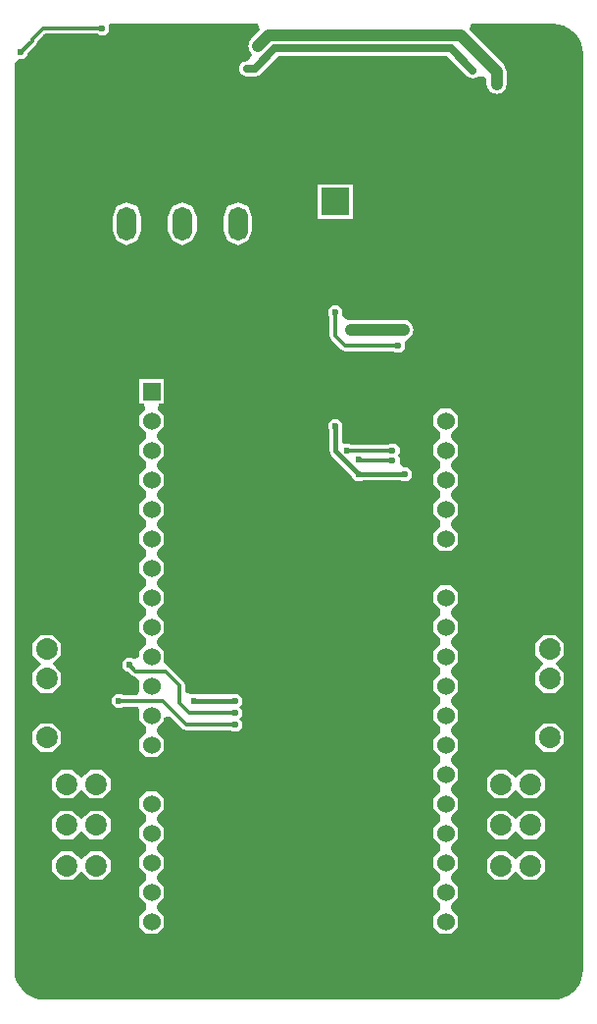
<source format=gbl>
G04*
G04 #@! TF.GenerationSoftware,Altium Limited,Altium Designer,24.9.1 (31)*
G04*
G04 Layer_Physical_Order=2*
G04 Layer_Color=16711680*
%FSLAX44Y44*%
%MOMM*%
G71*
G04*
G04 #@! TF.SameCoordinates,04FD8115-AAF2-45E8-BBFE-61AFBE82ED08*
G04*
G04*
G04 #@! TF.FilePolarity,Positive*
G04*
G01*
G75*
%ADD11C,0.4000*%
%ADD83C,1.0000*%
%ADD84C,0.3000*%
%ADD85C,0.6500*%
%ADD88R,1.5300X1.5300*%
%ADD89C,1.5300*%
%ADD90O,1.7000X2.9000*%
%ADD91R,2.4000X2.4000*%
%ADD92C,2.4000*%
%ADD93C,1.8600*%
%ADD94C,1.0000*%
%ADD95C,0.6000*%
G36*
X474455Y845267D02*
X478774Y844110D01*
X482827Y842220D01*
X486490Y839655D01*
X489652Y836493D01*
X492217Y832830D01*
X494107Y828777D01*
X495264Y824457D01*
X495671Y819814D01*
X495671Y30192D01*
X495264Y25548D01*
X494107Y21229D01*
X492217Y17176D01*
X489652Y13513D01*
X486490Y10351D01*
X482827Y7786D01*
X478774Y5896D01*
X474455Y4739D01*
X469811Y4332D01*
X30189Y4332D01*
X25545Y4739D01*
X21226Y5896D01*
X17173Y7786D01*
X13510Y10351D01*
X10348Y13513D01*
X7783Y17176D01*
X5893Y21229D01*
X4736Y25548D01*
X4330Y30192D01*
X4330Y812076D01*
X9330Y815690D01*
X12645D01*
X16160Y819205D01*
Y820802D01*
X23139Y827780D01*
X24281Y830538D01*
X31012Y837269D01*
X76526D01*
X77655Y836140D01*
X82625D01*
X86140Y839655D01*
Y844625D01*
X86574Y845673D01*
X214869D01*
X216711Y840673D01*
X208877Y832839D01*
X208218Y831248D01*
X207000Y830030D01*
Y828307D01*
X206341Y826716D01*
X207000Y825125D01*
Y823402D01*
X208218Y822184D01*
X208877Y820593D01*
X209450Y818873D01*
X206557Y813948D01*
X205000D01*
X203153Y813183D01*
X202515D01*
X202063Y812732D01*
X200216Y811967D01*
X199452Y810120D01*
X199000Y809668D01*
Y809030D01*
X198235Y807183D01*
X199000Y805336D01*
Y804698D01*
X199452Y804246D01*
X200216Y802400D01*
X202063Y801635D01*
X202515Y801183D01*
X203153D01*
X205000Y800418D01*
X212071D01*
X216854Y802400D01*
X232292Y817838D01*
X378345D01*
X395717Y800466D01*
X397563Y799702D01*
X398015Y799250D01*
X398653D01*
X400500Y798485D01*
X402347Y799250D01*
X402985D01*
X403437Y799702D01*
X405284Y800466D01*
X410103Y800255D01*
X412341Y798974D01*
Y793699D01*
X413000Y792107D01*
Y790385D01*
X414218Y789167D01*
X414877Y787576D01*
X416468Y786917D01*
X417686Y785699D01*
X419409D01*
X421000Y785040D01*
X422591Y785699D01*
X424314D01*
X425532Y786917D01*
X427123Y787576D01*
X427782Y789167D01*
X429000Y790385D01*
Y792107D01*
X429659Y793699D01*
Y804750D01*
X427123Y810873D01*
X397323Y840673D01*
X399165Y845673D01*
X469811D01*
X474455Y845267D01*
D02*
G37*
%LPC*%
G36*
X296560Y707523D02*
X266560D01*
Y677523D01*
X296560D01*
Y707523D01*
D02*
G37*
G36*
X197480Y691920D02*
X188678Y688275D01*
X185032Y679473D01*
Y667473D01*
X188678Y658671D01*
X197480Y655025D01*
X206282Y658671D01*
X209927Y667473D01*
Y679473D01*
X206282Y688275D01*
X197480Y691920D01*
D02*
G37*
G36*
X149480D02*
X140679Y688275D01*
X137033Y679473D01*
Y667473D01*
X140679Y658671D01*
X149480Y655025D01*
X158282Y658671D01*
X161928Y667473D01*
Y679473D01*
X158282Y688275D01*
X149480Y691920D01*
D02*
G37*
G36*
X101481D02*
X92679Y688275D01*
X89033Y679473D01*
Y667473D01*
X92679Y658671D01*
X101481Y655025D01*
X110282Y658671D01*
X113928Y667473D01*
Y679473D01*
X110282Y688275D01*
X101481Y691920D01*
D02*
G37*
G36*
X284046Y603273D02*
X279075D01*
X275560Y599758D01*
Y594788D01*
X276689Y593658D01*
Y576953D01*
X278116Y573509D01*
X286623Y565002D01*
X290067Y563576D01*
X331884D01*
X333013Y562446D01*
X337984D01*
X341498Y565961D01*
Y570932D01*
X343952Y573929D01*
X345170Y575146D01*
X346761Y575806D01*
X347420Y577397D01*
X348638Y578615D01*
Y580337D01*
X349297Y581929D01*
X348638Y583520D01*
Y585242D01*
X347420Y586460D01*
X346761Y588051D01*
X345170Y588711D01*
X343952Y589929D01*
X342229D01*
X340638Y590588D01*
X295782D01*
X295530Y590692D01*
X293976Y590048D01*
X293367Y590033D01*
X292217D01*
X288183Y593070D01*
X287560Y594788D01*
Y599758D01*
X284046Y603273D01*
D02*
G37*
G36*
X284425Y505110D02*
X279455D01*
X275940Y501595D01*
Y496625D01*
X276528Y496037D01*
Y477513D01*
X276528Y477513D01*
X278113Y473686D01*
X295880Y455919D01*
Y455088D01*
X299395Y451573D01*
X304366D01*
X304909Y452116D01*
X338232D01*
X338865Y451483D01*
X343836D01*
X347350Y454998D01*
Y459968D01*
X343836Y463483D01*
X340788D01*
X337812Y466014D01*
X337090Y467748D01*
Y471598D01*
X335186Y473503D01*
X337090Y475408D01*
Y480378D01*
X333576Y483893D01*
X328605D01*
X327476Y482764D01*
X295335D01*
X294206Y483893D01*
X289235D01*
X287352Y484673D01*
Y496037D01*
X287940Y496625D01*
Y501595D01*
X284425Y505110D01*
D02*
G37*
G36*
X381411Y514123D02*
X372589D01*
X366350Y507884D01*
Y499062D01*
X371952Y493459D01*
X372313Y490773D01*
X371952Y488087D01*
X366350Y482484D01*
Y473661D01*
X371952Y468059D01*
X372313Y465373D01*
X371952Y462687D01*
X366350Y457084D01*
Y448261D01*
X371952Y442659D01*
X372313Y439973D01*
X371952Y437286D01*
X366350Y431684D01*
Y422862D01*
X371952Y417259D01*
X372313Y414573D01*
X371952Y411886D01*
X366350Y406284D01*
Y397462D01*
X372589Y391223D01*
X381411D01*
X387650Y397462D01*
Y406284D01*
X382048Y411886D01*
X381687Y414573D01*
X382048Y417259D01*
X387650Y422862D01*
Y431684D01*
X382048Y437286D01*
X381687Y439973D01*
X382048Y442659D01*
X387650Y448261D01*
Y457084D01*
X382048Y462687D01*
X381687Y465373D01*
X382048Y468059D01*
X387650Y473661D01*
Y482484D01*
X382048Y488087D01*
X381687Y490773D01*
X382048Y493459D01*
X387650Y499062D01*
Y507884D01*
X381411Y514123D01*
D02*
G37*
G36*
X133650Y539523D02*
X112350D01*
Y518223D01*
X116416D01*
X117689Y513223D01*
X112350Y507884D01*
Y499062D01*
X117952Y493459D01*
X118313Y490773D01*
X117952Y488087D01*
X112350Y482484D01*
Y473661D01*
X117952Y468059D01*
X118313Y465373D01*
X117952Y462687D01*
X112350Y457084D01*
Y448261D01*
X117952Y442659D01*
X118313Y439973D01*
X117952Y437286D01*
X112350Y431684D01*
Y422862D01*
X117952Y417259D01*
X118313Y414573D01*
X117952Y411886D01*
X112350Y406284D01*
Y397462D01*
X117952Y391859D01*
X118313Y389173D01*
X117952Y386487D01*
X112350Y380884D01*
Y372062D01*
X117952Y366459D01*
X118313Y363773D01*
X117952Y361087D01*
X112350Y355484D01*
Y346661D01*
X117952Y341059D01*
X118313Y338373D01*
X117952Y335686D01*
X112350Y330084D01*
Y321261D01*
X117952Y315659D01*
X118313Y312973D01*
X117952Y310287D01*
X112350Y304684D01*
Y299732D01*
X107350Y297660D01*
X106098Y298912D01*
X106078Y298933D01*
X101107D01*
X97592Y295418D01*
X97592Y295389D01*
Y290448D01*
X101107Y286933D01*
X102704D01*
X105688Y283949D01*
X108756Y282678D01*
X112350Y279284D01*
Y270462D01*
X110860Y266864D01*
X98485D01*
X97356Y267993D01*
X92385D01*
X88870Y264478D01*
Y259508D01*
X92385Y255993D01*
X97356D01*
X98485Y257122D01*
X111009D01*
X112350Y253884D01*
Y245061D01*
X117952Y239459D01*
X118313Y236773D01*
X117952Y234086D01*
X112350Y228484D01*
Y219662D01*
X118589Y213423D01*
X127411D01*
X133650Y219662D01*
Y228484D01*
X128048Y234086D01*
X127687Y236773D01*
X128048Y239459D01*
X133650Y245061D01*
Y247130D01*
X138269Y249044D01*
X149084Y238229D01*
X152528Y236802D01*
X191586D01*
X192715Y235673D01*
X197686D01*
X201200Y239188D01*
Y244158D01*
X198605Y246753D01*
X201200Y249348D01*
Y254318D01*
X198605Y256913D01*
X201200Y259508D01*
Y264478D01*
X197686Y267993D01*
X192715D01*
X192127Y267405D01*
X162714D01*
X162126Y267993D01*
X157155D01*
X156811Y267649D01*
X151811Y269720D01*
Y275709D01*
X150384Y279153D01*
X138700Y290837D01*
X136576Y291717D01*
X133650Y295861D01*
Y304684D01*
X128048Y310287D01*
X127687Y312973D01*
X128048Y315659D01*
X133650Y321261D01*
Y330084D01*
X128048Y335686D01*
X127687Y338373D01*
X128048Y341059D01*
X133650Y346661D01*
Y355484D01*
X128048Y361087D01*
X127687Y363773D01*
X128048Y366459D01*
X133650Y372062D01*
Y380884D01*
X128048Y386487D01*
X127687Y389173D01*
X128048Y391859D01*
X133650Y397462D01*
Y406284D01*
X128048Y411886D01*
X127687Y414573D01*
X128048Y417259D01*
X133650Y422862D01*
Y431684D01*
X128048Y437286D01*
X127687Y439973D01*
X128048Y442659D01*
X133650Y448261D01*
Y457084D01*
X128048Y462687D01*
X127687Y465373D01*
X128048Y468059D01*
X133650Y473661D01*
Y482484D01*
X128048Y488087D01*
X127687Y490773D01*
X128048Y493459D01*
X133650Y499062D01*
Y507884D01*
X128311Y513223D01*
X129584Y518223D01*
X133650D01*
Y539523D01*
D02*
G37*
G36*
X471715Y318873D02*
X461525D01*
X454320Y311668D01*
Y301478D01*
X458556Y297243D01*
X461210Y293873D01*
X458556Y290503D01*
X454320Y286268D01*
Y276078D01*
X461525Y268873D01*
X471715D01*
X478920Y276078D01*
Y286268D01*
X474685Y290503D01*
X472030Y293873D01*
X474685Y297243D01*
X478920Y301478D01*
Y311668D01*
X471715Y318873D01*
D02*
G37*
G36*
X37715D02*
X27525D01*
X20320Y311668D01*
Y301478D01*
X24556Y297243D01*
X27210Y293873D01*
X24556Y290503D01*
X20320Y286268D01*
Y276078D01*
X27525Y268873D01*
X37715D01*
X44920Y276078D01*
Y286268D01*
X40685Y290503D01*
X38030Y293873D01*
X40685Y297243D01*
X44920Y301478D01*
Y311668D01*
X37715Y318873D01*
D02*
G37*
G36*
X471715Y242673D02*
X461525D01*
X454320Y235468D01*
Y225278D01*
X461525Y218073D01*
X471715D01*
X478920Y225278D01*
Y235468D01*
X471715Y242673D01*
D02*
G37*
G36*
X37715D02*
X27525D01*
X20320Y235468D01*
Y225278D01*
X27525Y218073D01*
X37715D01*
X44920Y225278D01*
Y235468D01*
X37715Y242673D01*
D02*
G37*
G36*
X455495Y202300D02*
X445305D01*
X441070Y198065D01*
X437700Y195410D01*
X434330Y198065D01*
X430095Y202300D01*
X419905D01*
X412700Y195095D01*
Y184905D01*
X419905Y177700D01*
X430095D01*
X434330Y181935D01*
X437700Y184590D01*
X441070Y181935D01*
X445305Y177700D01*
X455495D01*
X462700Y184905D01*
Y195095D01*
X455495Y202300D01*
D02*
G37*
G36*
X80095D02*
X69905D01*
X65670Y198065D01*
X62300Y195410D01*
X58930Y198065D01*
X54695Y202300D01*
X44505D01*
X37300Y195095D01*
Y184905D01*
X44505Y177700D01*
X54695D01*
X58930Y181935D01*
X62300Y184590D01*
X65670Y181935D01*
X69905Y177700D01*
X80095D01*
X87300Y184905D01*
Y195095D01*
X80095Y202300D01*
D02*
G37*
G36*
X455495Y167300D02*
X445305D01*
X441070Y163065D01*
X437700Y160410D01*
X434330Y163065D01*
X430095Y167300D01*
X419905D01*
X412700Y160095D01*
Y149905D01*
X419905Y142700D01*
X430095D01*
X434330Y146935D01*
X437700Y149590D01*
X441070Y146935D01*
X445305Y142700D01*
X455495D01*
X462700Y149905D01*
Y160095D01*
X455495Y167300D01*
D02*
G37*
G36*
X80095D02*
X69905D01*
X65670Y163065D01*
X62300Y160410D01*
X58930Y163065D01*
X54695Y167300D01*
X44505D01*
X37300Y160095D01*
Y149905D01*
X44505Y142700D01*
X54695D01*
X58930Y146935D01*
X62300Y149590D01*
X65670Y146935D01*
X69905Y142700D01*
X80095D01*
X87300Y149905D01*
Y160095D01*
X80095Y167300D01*
D02*
G37*
G36*
X455495Y132300D02*
X445305D01*
X441070Y128065D01*
X437700Y125410D01*
X434330Y128065D01*
X430095Y132300D01*
X419905D01*
X412700Y125095D01*
Y114905D01*
X419905Y107700D01*
X430095D01*
X434330Y111935D01*
X437700Y114590D01*
X441070Y111935D01*
X445305Y107700D01*
X455495D01*
X462700Y114905D01*
Y125095D01*
X455495Y132300D01*
D02*
G37*
G36*
X80095D02*
X69905D01*
X65670Y128065D01*
X62300Y125410D01*
X58930Y128065D01*
X54695Y132300D01*
X44505D01*
X37300Y125095D01*
Y114905D01*
X44505Y107700D01*
X54695D01*
X58930Y111935D01*
X62300Y114590D01*
X65670Y111935D01*
X69905Y107700D01*
X80095D01*
X87300Y114905D01*
Y125095D01*
X80095Y132300D01*
D02*
G37*
G36*
X381411Y361723D02*
X372589D01*
X366350Y355484D01*
Y346661D01*
X371952Y341059D01*
X372313Y338373D01*
X371952Y335686D01*
X366350Y330084D01*
Y321261D01*
X371952Y315659D01*
X372313Y312973D01*
X371952Y310287D01*
X366350Y304684D01*
Y295861D01*
X371952Y290259D01*
X372313Y287573D01*
X371952Y284886D01*
X366350Y279284D01*
Y270462D01*
X371952Y264859D01*
X372313Y262173D01*
X371952Y259487D01*
X366350Y253884D01*
Y245061D01*
X371952Y239459D01*
X372313Y236773D01*
X371952Y234086D01*
X366350Y228484D01*
Y219662D01*
X371952Y214059D01*
X372313Y211373D01*
X371952Y208687D01*
X366350Y203084D01*
Y194261D01*
X371952Y188659D01*
X372313Y185973D01*
X371952Y183286D01*
X366350Y177684D01*
Y168862D01*
X371952Y163259D01*
X372313Y160573D01*
X371952Y157886D01*
X366350Y152284D01*
Y143462D01*
X371952Y137859D01*
X372313Y135173D01*
X371952Y132486D01*
X366350Y126884D01*
Y118062D01*
X371952Y112459D01*
X372313Y109773D01*
X371952Y107086D01*
X366350Y101484D01*
Y92662D01*
X371952Y87059D01*
X372313Y84373D01*
X371952Y81686D01*
X366350Y76084D01*
Y67262D01*
X372589Y61023D01*
X381411D01*
X387650Y67262D01*
Y76084D01*
X382048Y81686D01*
X381687Y84373D01*
X382048Y87059D01*
X387650Y92662D01*
Y101484D01*
X382048Y107086D01*
X381687Y109773D01*
X382048Y112459D01*
X387650Y118062D01*
Y126884D01*
X382048Y132486D01*
X381687Y135173D01*
X382048Y137859D01*
X387650Y143462D01*
Y152284D01*
X382048Y157886D01*
X381687Y160573D01*
X382048Y163259D01*
X387650Y168862D01*
Y177684D01*
X382048Y183286D01*
X381687Y185973D01*
X382048Y188659D01*
X387650Y194261D01*
Y203084D01*
X382048Y208687D01*
X381687Y211373D01*
X382048Y214059D01*
X387650Y219662D01*
Y228484D01*
X382048Y234086D01*
X381687Y236773D01*
X382048Y239459D01*
X387650Y245061D01*
Y253884D01*
X382048Y259487D01*
X381687Y262173D01*
X382048Y264859D01*
X387650Y270462D01*
Y279284D01*
X382048Y284886D01*
X381687Y287573D01*
X382048Y290259D01*
X387650Y295861D01*
Y304684D01*
X382048Y310287D01*
X381687Y312973D01*
X382048Y315659D01*
X387650Y321261D01*
Y330084D01*
X382048Y335686D01*
X381687Y338373D01*
X382048Y341059D01*
X387650Y346661D01*
Y355484D01*
X381411Y361723D01*
D02*
G37*
G36*
X127411Y183923D02*
X118589D01*
X112350Y177684D01*
Y168862D01*
X117952Y163259D01*
X118313Y160573D01*
X117952Y157886D01*
X112350Y152284D01*
Y143462D01*
X117952Y137859D01*
X118313Y135173D01*
X117952Y132486D01*
X112350Y126884D01*
Y118062D01*
X117952Y112459D01*
X118313Y109773D01*
X117952Y107086D01*
X112350Y101484D01*
Y92662D01*
X117952Y87059D01*
X118313Y84373D01*
X117952Y81686D01*
X112350Y76084D01*
Y67262D01*
X118589Y61023D01*
X127411D01*
X133650Y67262D01*
Y76084D01*
X128048Y81686D01*
X127687Y84373D01*
X128048Y87059D01*
X133650Y92662D01*
Y101484D01*
X128048Y107086D01*
X127687Y109773D01*
X128048Y112459D01*
X133650Y118062D01*
Y126884D01*
X128048Y132486D01*
X127687Y135173D01*
X128048Y137859D01*
X133650Y143462D01*
Y152284D01*
X128048Y157886D01*
X127687Y160573D01*
X128048Y163259D01*
X133650Y168862D01*
Y177684D01*
X127411Y183923D01*
D02*
G37*
%LPD*%
D11*
X281940Y477513D02*
Y496570D01*
Y477513D02*
X301880Y457573D01*
X301925Y457528D01*
X341305D02*
X341350Y457483D01*
X301925Y457528D02*
X341305D01*
X159640Y261993D02*
X195200D01*
D83*
X224137Y835853D02*
X389897D01*
X421000Y793699D02*
Y804750D01*
X389897Y835853D02*
X421000Y804750D01*
X215000Y826716D02*
X224137Y835853D01*
X295530Y582033D02*
X295635Y581929D01*
X340638D01*
D84*
X19694Y831225D02*
Y832840D01*
X10160Y821690D02*
X19694Y831225D01*
X28995Y842140D02*
X80140D01*
X19694Y832840D02*
X28995Y842140D01*
X302632Y469461D02*
X330742D01*
X331090Y469113D01*
X302283Y469810D02*
X302632Y469461D01*
X281560Y576953D02*
Y597273D01*
X290067Y568446D02*
X335498D01*
X281560Y576953D02*
X290067Y568446D01*
X291720Y477893D02*
X331090D01*
X94870Y261993D02*
X132208D01*
X152528Y241673D01*
X195200D01*
X103592Y292933D02*
X109132Y287393D01*
X135256D01*
X146940Y275709D01*
Y260215D02*
Y275709D01*
X155322Y251833D02*
X195200D01*
X146940Y260215D02*
X155322Y251833D01*
D85*
X229490Y824603D02*
X381147D01*
X400500Y805250D01*
X205000Y807183D02*
X212071D01*
X229490Y824603D01*
D88*
X123000Y528873D02*
D03*
D89*
Y503473D02*
D03*
Y478073D02*
D03*
Y452673D02*
D03*
Y427273D02*
D03*
Y401873D02*
D03*
Y376473D02*
D03*
Y351073D02*
D03*
Y325673D02*
D03*
Y300273D02*
D03*
Y274873D02*
D03*
Y249473D02*
D03*
Y224073D02*
D03*
Y198673D02*
D03*
Y173273D02*
D03*
Y147873D02*
D03*
Y122473D02*
D03*
Y97073D02*
D03*
Y71673D02*
D03*
X377000D02*
D03*
Y97073D02*
D03*
Y122473D02*
D03*
Y147873D02*
D03*
Y173273D02*
D03*
Y198673D02*
D03*
Y224073D02*
D03*
Y249473D02*
D03*
Y274873D02*
D03*
Y300273D02*
D03*
Y325673D02*
D03*
Y351073D02*
D03*
Y376473D02*
D03*
Y401873D02*
D03*
Y427273D02*
D03*
Y452673D02*
D03*
Y478073D02*
D03*
Y503473D02*
D03*
Y528873D02*
D03*
D90*
X197480Y673473D02*
D03*
X149480D02*
D03*
X101481D02*
D03*
D91*
X281560Y692523D02*
D03*
D92*
X331560D02*
D03*
D93*
X466620Y306573D02*
D03*
Y281173D02*
D03*
Y255773D02*
D03*
Y230373D02*
D03*
X32620D02*
D03*
Y255773D02*
D03*
Y281173D02*
D03*
Y306573D02*
D03*
X425000Y190000D02*
D03*
X450400D02*
D03*
X475800D02*
D03*
X425000Y120000D02*
D03*
X450400D02*
D03*
X475800D02*
D03*
X425000Y155000D02*
D03*
X450400D02*
D03*
X475800D02*
D03*
X75000Y190000D02*
D03*
X49600D02*
D03*
X24200D02*
D03*
X75000Y155000D02*
D03*
X49600D02*
D03*
X24200D02*
D03*
X75000Y120000D02*
D03*
X49600D02*
D03*
X24200D02*
D03*
D94*
X153897Y131291D02*
D03*
X153060Y330200D02*
D03*
X402590Y572770D02*
D03*
X250000Y811530D02*
D03*
X85000Y60000D02*
D03*
X437770Y215800D02*
D03*
X101600Y793299D02*
D03*
X422000Y826701D02*
D03*
X194564Y768096D02*
D03*
X167386D02*
D03*
X138176D02*
D03*
X421000Y793699D02*
D03*
X296418Y779018D02*
D03*
X304546Y272796D02*
D03*
X337312Y501650D02*
D03*
Y548386D02*
D03*
X60590Y787300D02*
D03*
X32590D02*
D03*
Y832300D02*
D03*
X60590D02*
D03*
X323850Y803910D02*
D03*
X181610D02*
D03*
Y820420D02*
D03*
X215000Y826716D02*
D03*
X439030Y832700D02*
D03*
X467030D02*
D03*
X439030Y787700D02*
D03*
X467030D02*
D03*
X253620Y80383D02*
D03*
Y60063D02*
D03*
X249810Y295013D02*
D03*
Y274693D02*
D03*
X295530Y582033D02*
D03*
X340638Y581929D02*
D03*
X459620Y559833D02*
D03*
X374620Y559828D02*
D03*
X61850Y215800D02*
D03*
X82170Y333113D02*
D03*
X96140Y279773D02*
D03*
X338820Y103243D02*
D03*
X153060D02*
D03*
Y302633D02*
D03*
X338820D02*
D03*
X417450Y300093D02*
D03*
X407290Y287393D02*
D03*
X459360Y371743D02*
D03*
X202820Y500753D02*
D03*
Y463923D02*
D03*
X216560Y447413D02*
D03*
X459360Y478263D02*
D03*
X304420Y813173D02*
D03*
X373000Y790313D02*
D03*
X209170Y424553D02*
D03*
X290450D02*
D03*
Y343273D02*
D03*
X209170D02*
D03*
X290450Y383913D02*
D03*
X209170D02*
D03*
X249814Y423526D02*
D03*
X249810Y343273D02*
D03*
Y385172D02*
D03*
X270130Y363593D02*
D03*
Y404233D02*
D03*
X229490Y363593D02*
D03*
Y404233D02*
D03*
X233300Y188333D02*
D03*
Y147693D02*
D03*
X273940Y188333D02*
D03*
Y147693D02*
D03*
X253620Y169272D02*
D03*
Y127373D02*
D03*
X253624Y207626D02*
D03*
X212980Y168013D02*
D03*
X294260D02*
D03*
X212980Y127373D02*
D03*
X294260D02*
D03*
Y208653D02*
D03*
X212980D02*
D03*
X108100Y573143D02*
D03*
Y602353D02*
D03*
D95*
X281940Y499110D02*
D03*
X10160Y821690D02*
D03*
X80140Y842140D02*
D03*
X400500Y805250D02*
D03*
X205000Y807183D02*
D03*
X273940Y470273D02*
D03*
X341350Y457483D02*
D03*
X331090Y469113D02*
D03*
X301880Y457573D02*
D03*
X302283Y469810D02*
D03*
X259620Y455383D02*
D03*
X281560Y597273D02*
D03*
X335498Y568446D02*
D03*
X254890Y475353D02*
D03*
X244730Y485513D02*
D03*
X254890D02*
D03*
X244730Y475353D02*
D03*
X331090Y477893D02*
D03*
X291720D02*
D03*
X94870Y261993D02*
D03*
X103592Y292933D02*
D03*
X195200Y261993D02*
D03*
X159640D02*
D03*
X195200Y241673D02*
D03*
Y251833D02*
D03*
M02*

</source>
